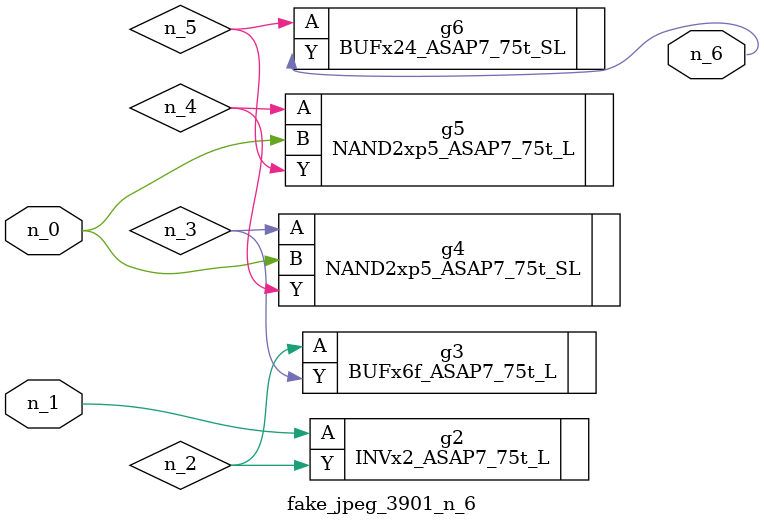
<source format=v>
module fake_jpeg_3901_n_6 (n_0, n_1, n_6);

input n_0;
input n_1;

output n_6;

wire n_2;
wire n_3;
wire n_4;
wire n_5;

INVx2_ASAP7_75t_L g2 ( 
.A(n_1),
.Y(n_2)
);

BUFx6f_ASAP7_75t_L g3 ( 
.A(n_2),
.Y(n_3)
);

NAND2xp5_ASAP7_75t_SL g4 ( 
.A(n_3),
.B(n_0),
.Y(n_4)
);

NAND2xp5_ASAP7_75t_L g5 ( 
.A(n_4),
.B(n_0),
.Y(n_5)
);

BUFx24_ASAP7_75t_SL g6 ( 
.A(n_5),
.Y(n_6)
);


endmodule
</source>
